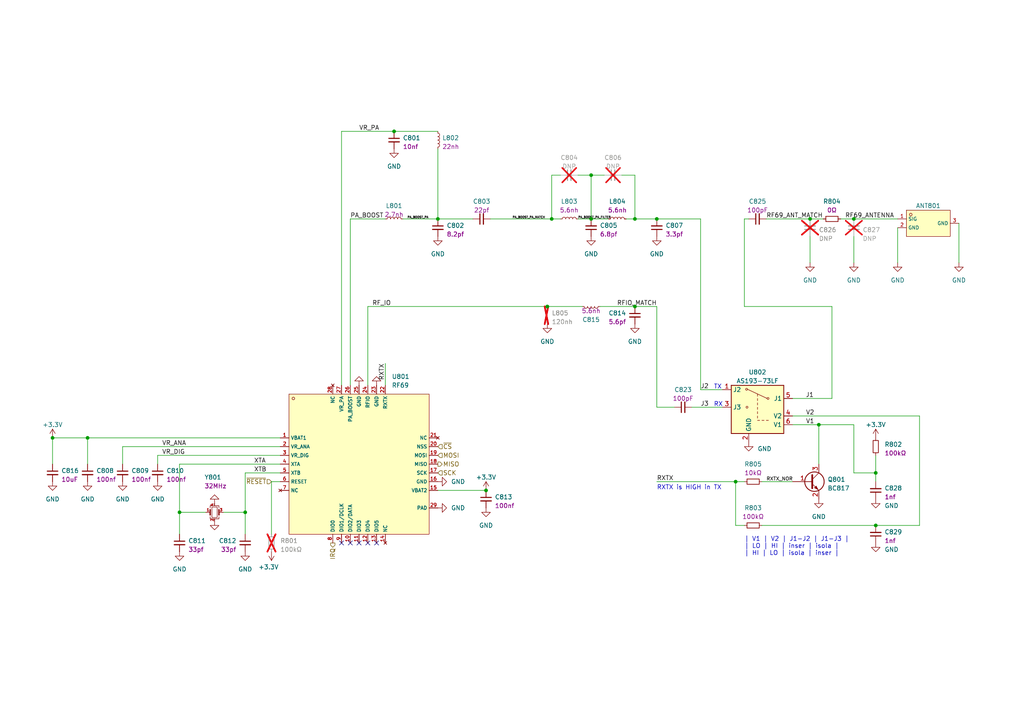
<source format=kicad_sch>
(kicad_sch (version 20230121) (generator eeschema)
  (paper "A4")
  (lib_symbols
    (symbol "LCSC_Antenna:BWIPX-1-001E"
      (property "Reference" "ANT" (at 0 5.08 0))
      (symbol "BWIPX-1-001E_0_1"
        (rectangle (start -6.35 3.81) (end 6.35 -3.81) (fill (type background)))
        (circle (center -5.08 2.54) (radius 0.381) (fill (type background)))
        (pin input line (at -8.89 1.27 0) (length 2.54) (name "SIG") (number "1"))
        (pin power_in line (at -8.89 -1.27 0) (length 2.54) (name "GND") (number "2"))
        (pin power_in line (at 8.89 0 180) (length 2.54) (name "GND") (number "3"))
      )
    )
    (symbol "LCSC_Capacitor:C_0402_100nf_X7R" (pin_numbers hide) (pin_names (offset 0.254) hide) (in_bom no)
      (property "Reference" "C" (at 0.254 1.778 0))
      (property "Capacitance" "100nf" (at 0 0 0))
      (symbol "C_0402_100nf_X7R_0_1"
        (polyline (pts (xy -1.524 -0.508) (xy 1.524 -0.508)) (stroke (width 0.3302)))
        (polyline (pts (xy -1.524 0.508) (xy 1.524 0.508)) (stroke (width 0.3048)))
      )
      (symbol "C_0402_100nf_X7R_1_1"
        (pin passive line (at 0 2.54 270) (length 2.032) (name "~") (number "1"))
        (pin passive line (at 0 -2.54 90) (length 2.032) (name "~") (number "2"))
      )
    )
    (symbol "LCSC_Capacitor:C_0402_100p_C0G" (pin_numbers hide) (pin_names (offset 0.254) hide) (in_bom no)
      (property "Reference" "C" (at 0.254 1.778 0))
      (property "Capacitance" "100pF" (at 0 0 0))
      (symbol "C_0402_100p_C0G_0_1"
        (polyline (pts (xy -1.524 -0.508) (xy 1.524 -0.508)) (stroke (width 0.3302)))
        (polyline (pts (xy -1.524 0.508) (xy 1.524 0.508)) (stroke (width 0.3048)))
      )
      (symbol "C_0402_100p_C0G_1_1"
        (pin passive line (at 0 2.54 270) (length 2.032) (name "~") (number "1"))
        (pin passive line (at 0 -2.54 90) (length 2.032) (name "~") (number "2"))
      )
    )
    (symbol "LCSC_Capacitor:C_0402_10n_C0G" (pin_numbers hide) (pin_names (offset 0.254) hide) (in_bom no)
      (property "Reference" "C" (at 0.254 1.778 0))
      (property "Capacitance" "10nf" (at 0 0 0))
      (symbol "C_0402_10n_C0G_0_1"
        (polyline (pts (xy -1.524 -0.508) (xy 1.524 -0.508)) (stroke (width 0.3302)))
        (polyline (pts (xy -1.524 0.508) (xy 1.524 0.508)) (stroke (width 0.3048)))
      )
      (symbol "C_0402_10n_C0G_1_1"
        (pin passive line (at 0 2.54 270) (length 2.032) (name "~") (number "1"))
        (pin passive line (at 0 -2.54 90) (length 2.032) (name "~") (number "2"))
      )
    )
    (symbol "LCSC_Capacitor:C_0402_1nf_X7R" (pin_numbers hide) (pin_names (offset 0.254) hide) (in_bom no)
      (property "Reference" "C" (at 0.254 1.778 0))
      (property "Capacitance" "1nf" (at 0 0 0))
      (symbol "C_0402_1nf_X7R_0_1"
        (polyline (pts (xy -1.524 -0.508) (xy 1.524 -0.508)) (stroke (width 0.3302)))
        (polyline (pts (xy -1.524 0.508) (xy 1.524 0.508)) (stroke (width 0.3048)))
      )
      (symbol "C_0402_1nf_X7R_1_1"
        (pin passive line (at 0 2.54 270) (length 2.032) (name "~") (number "1"))
        (pin passive line (at 0 -2.54 90) (length 2.032) (name "~") (number "2"))
      )
    )
    (symbol "LCSC_Capacitor:C_0402_22p_C0G" (pin_numbers hide) (pin_names (offset 0.254) hide) (in_bom no)
      (property "Reference" "C" (at 0.254 1.778 0))
      (property "Capacitance" "22pf" (at 0 0 0))
      (symbol "C_0402_22p_C0G_0_1"
        (polyline (pts (xy -1.524 -0.508) (xy 1.524 -0.508)) (stroke (width 0.3302)))
        (polyline (pts (xy -1.524 0.508) (xy 1.524 0.508)) (stroke (width 0.3048)))
      )
      (symbol "C_0402_22p_C0G_1_1"
        (pin passive line (at 0 2.54 270) (length 2.032) (name "~") (number "1"))
        (pin passive line (at 0 -2.54 90) (length 2.032) (name "~") (number "2"))
      )
    )
    (symbol "LCSC_Capacitor:C_0402_33p_C0G" (pin_numbers hide) (pin_names (offset 0.254) hide) (in_bom no)
      (property "Reference" "C" (at 0.254 1.778 0))
      (property "Capacitance" "33pf" (at 0 0 0))
      (symbol "C_0402_33p_C0G_0_1"
        (polyline (pts (xy -1.524 -0.508) (xy 1.524 -0.508)) (stroke (width 0.3302)))
        (polyline (pts (xy -1.524 0.508) (xy 1.524 0.508)) (stroke (width 0.3048)))
      )
      (symbol "C_0402_33p_C0G_1_1"
        (pin passive line (at 0 2.54 270) (length 2.032) (name "~") (number "1"))
        (pin passive line (at 0 -2.54 90) (length 2.032) (name "~") (number "2"))
      )
    )
    (symbol "LCSC_Capacitor:C_0402_3p3_C0G" (pin_numbers hide) (pin_names (offset 0.254) hide) (in_bom no)
      (property "Reference" "C" (at 0.254 1.778 0))
      (property "Capacitance" "3.3pf" (at 0 0 0))
      (symbol "C_0402_3p3_C0G_0_1"
        (polyline (pts (xy -1.524 -0.508) (xy 1.524 -0.508)) (stroke (width 0.3302)))
        (polyline (pts (xy -1.524 0.508) (xy 1.524 0.508)) (stroke (width 0.3048)))
      )
      (symbol "C_0402_3p3_C0G_1_1"
        (pin passive line (at 0 2.54 270) (length 2.032) (name "~") (number "1"))
        (pin passive line (at 0 -2.54 90) (length 2.032) (name "~") (number "2"))
      )
    )
    (symbol "LCSC_Capacitor:C_0402_5p6_C0G" (pin_numbers hide) (pin_names (offset 0.254) hide) (in_bom no)
      (property "Reference" "C" (at 0.254 1.778 0))
      (property "Capacitance" "5.6pf" (at 0 0 0))
      (symbol "C_0402_5p6_C0G_0_1"
        (polyline (pts (xy -1.524 -0.508) (xy 1.524 -0.508)) (stroke (width 0.3302)))
        (polyline (pts (xy -1.524 0.508) (xy 1.524 0.508)) (stroke (width 0.3048)))
      )
      (symbol "C_0402_5p6_C0G_1_1"
        (pin passive line (at 0 2.54 270) (length 2.032) (name "~") (number "1"))
        (pin passive line (at 0 -2.54 90) (length 2.032) (name "~") (number "2"))
      )
    )
    (symbol "LCSC_Capacitor:C_0402_6p8_C0G" (pin_numbers hide) (pin_names (offset 0.254) hide) (in_bom no)
      (property "Reference" "C" (at 0.254 1.778 0))
      (property "Capacitance" "6.8pf" (at 0 0 0))
      (symbol "C_0402_6p8_C0G_0_1"
        (polyline (pts (xy -1.524 -0.508) (xy 1.524 -0.508)) (stroke (width 0.3302)))
        (polyline (pts (xy -1.524 0.508) (xy 1.524 0.508)) (stroke (width 0.3048)))
      )
      (symbol "C_0402_6p8_C0G_1_1"
        (pin passive line (at 0 2.54 270) (length 2.032) (name "~") (number "1"))
        (pin passive line (at 0 -2.54 90) (length 2.032) (name "~") (number "2"))
      )
    )
    (symbol "LCSC_Capacitor:C_0402_8p2_C0G" (pin_numbers hide) (pin_names (offset 0.254) hide) (in_bom no)
      (property "Reference" "C" (at 0.254 1.778 0))
      (property "Capacitance" "8.2pf" (at 0 0 0))
      (symbol "C_0402_8p2_C0G_0_1"
        (polyline (pts (xy -1.524 -0.508) (xy 1.524 -0.508)) (stroke (width 0.3302)))
        (polyline (pts (xy -1.524 0.508) (xy 1.524 0.508)) (stroke (width 0.3048)))
      )
      (symbol "C_0402_8p2_C0G_1_1"
        (pin passive line (at 0 2.54 270) (length 2.032) (name "~") (number "1"))
        (pin passive line (at 0 -2.54 90) (length 2.032) (name "~") (number "2"))
      )
    )
    (symbol "LCSC_Capacitor:C_0402_DNP" (pin_numbers hide) (pin_names (offset 0.254) hide) (in_bom no)
      (property "Reference" "C" (at 0.254 1.778 0))
      (property "Capacitance" "DNP" (at 0 0 0))
      (symbol "C_0402_DNP_0_1"
        (polyline (pts (xy -1.524 -0.508) (xy 1.524 -0.508)) (stroke (width 0.3302)))
        (polyline (pts (xy -1.524 0.508) (xy 1.524 0.508)) (stroke (width 0.3048)))
      )
      (symbol "C_0402_DNP_1_1"
        (pin passive line (at 0 2.54 270) (length 2.032) (name "~") (number "1"))
        (pin passive line (at 0 -2.54 90) (length 2.032) (name "~") (number "2"))
      )
    )
    (symbol "LCSC_Capacitor:C_0805_10u_X5R" (pin_numbers hide) (pin_names (offset 0.254) hide) (in_bom no)
      (property "Reference" "C" (at 0.254 1.778 0))
      (property "Capacitance" "10uF" (at 0 0 0))
      (symbol "C_0805_10u_X5R_0_1"
        (polyline (pts (xy -1.524 -0.508) (xy 1.524 -0.508)) (stroke (width 0.3302)))
        (polyline (pts (xy -1.524 0.508) (xy 1.524 0.508)) (stroke (width 0.3048)))
      )
      (symbol "C_0805_10u_X5R_1_1"
        (pin passive line (at 0 2.54 270) (length 2.032) (name "~") (number "1"))
        (pin passive line (at 0 -2.54 90) (length 2.032) (name "~") (number "2"))
      )
    )
    (symbol "LCSC_Crystal:32_Mhz" (pin_names (offset 1.016) hide) (in_bom no)
      (property "Reference" "Y" (at 1.27 4.445 0))
      (property "Value" "32_Mhz" (at 1.27 2.54 0))
      (property "Frequency" "32MHz" (at 0 0 0))
      (symbol "32_Mhz_0_1"
        (rectangle (start -0.762 -1.524) (end 0.762 1.524))
        (polyline (pts (xy -1.27 -0.762) (xy -1.27 0.762)) (stroke (width 0.381)))
        (polyline (pts (xy 1.27 -0.762) (xy 1.27 0.762)) (stroke (width 0.381)))
        (polyline (pts (xy -1.27 -1.27) (xy -1.27 -1.905) (xy 1.27 -1.905) (xy 1.27 -1.27)))
        (polyline (pts (xy -1.27 1.27) (xy -1.27 1.905) (xy 1.27 1.905) (xy 1.27 1.27)))
      )
      (symbol "32_Mhz_1_1"
        (pin passive line (at -2.54 0 0) (length 1.27) (name "1") (number "1"))
        (pin passive line (at 0 -2.54 90) (length 0.635) (name "2") (number "2"))
        (pin passive line (at 2.54 0 180) (length 1.27) (name "3") (number "3"))
        (pin passive line (at 0 2.54 270) (length 0.635) (name "4") (number "4"))
      )
    )
    (symbol "LCSC_Inductor:L_0402_120n" (pin_numbers hide) (pin_names (offset 0.254) hide) (in_bom no)
      (property "Reference" "L" (at 0.762 1.016 0))
      (property "LCSC" "C113123" (at 0 0 0))
      (property "MPN" "LQW15ANR12J00D" (at 0 0 0))
      (property "Inductance" "120nh" (at 0 0 0))
      (symbol "L_0402_120n_0_1"
        (arc (start 0 -2.032) (mid 0.5058 -1.524) (end 0 -1.016))
        (arc (start 0 -1.016) (mid 0.5058 -0.508) (end 0 0))
        (arc (start 0 0) (mid 0.5058 0.508) (end 0 1.016))
        (arc (start 0 1.016) (mid 0.5058 1.524) (end 0 2.032))
      )
      (symbol "L_0402_120n_1_1"
        (pin passive line (at 0 2.54 270) (length 0.508) (name "~") (number "1"))
        (pin passive line (at 0 -2.54 90) (length 0.508) (name "~") (number "2"))
      )
    )
    (symbol "LCSC_Inductor:L_0402_22n" (pin_numbers hide) (pin_names (offset 0.254) hide) (in_bom no)
      (property "Reference" "L" (at 0.762 1.016 0))
      (property "LCSC" "C86129" (at 0 0 0))
      (property "MPN" "LQW15AN22NG00D" (at 0 0 0))
      (property "Inductance" "22nh" (at 0 0 0))
      (symbol "L_0402_22n_0_1"
        (arc (start 0 -2.032) (mid 0.5058 -1.524) (end 0 -1.016))
        (arc (start 0 -1.016) (mid 0.5058 -0.508) (end 0 0))
        (arc (start 0 0) (mid 0.5058 0.508) (end 0 1.016))
        (arc (start 0 1.016) (mid 0.5058 1.524) (end 0 2.032))
      )
      (symbol "L_0402_22n_1_1"
        (pin passive line (at 0 2.54 270) (length 0.508) (name "~") (number "1"))
        (pin passive line (at 0 -2.54 90) (length 0.508) (name "~") (number "2"))
      )
    )
    (symbol "LCSC_Inductor:L_0402_2n7" (pin_numbers hide) (pin_names (offset 0.254) hide) (in_bom no)
      (property "Reference" "L" (at 0.762 1.016 0))
      (property "LCSC" "C98058" (at 0 0 0))
      (property "MPN" "LQW15AN2N7C00D" (at 0 0 0))
      (property "Inductance" "2.7nh" (at 0 0 0))
      (symbol "L_0402_2n7_0_1"
        (arc (start 0 -2.032) (mid 0.5058 -1.524) (end 0 -1.016))
        (arc (start 0 -1.016) (mid 0.5058 -0.508) (end 0 0))
        (arc (start 0 0) (mid 0.5058 0.508) (end 0 1.016))
        (arc (start 0 1.016) (mid 0.5058 1.524) (end 0 2.032))
      )
      (symbol "L_0402_2n7_1_1"
        (pin passive line (at 0 2.54 270) (length 0.508) (name "~") (number "1"))
        (pin passive line (at 0 -2.54 90) (length 0.508) (name "~") (number "2"))
      )
    )
    (symbol "LCSC_Inductor:L_0402_5n6" (pin_numbers hide) (pin_names (offset 0.254) hide) (in_bom no)
      (property "Reference" "L" (at 0.762 1.016 0))
      (property "LCSC" "C91626" (at 0 0 0))
      (property "MPN" "LQW15AN5N6C10D" (at 0 0 0))
      (property "Inductance" "5.6nh" (at 0 0 0))
      (symbol "L_0402_5n6_0_1"
        (arc (start 0 -2.032) (mid 0.5058 -1.524) (end 0 -1.016))
        (arc (start 0 -1.016) (mid 0.5058 -0.508) (end 0 0))
        (arc (start 0 0) (mid 0.5058 0.508) (end 0 1.016))
        (arc (start 0 1.016) (mid 0.5058 1.524) (end 0 2.032))
      )
      (symbol "L_0402_5n6_1_1"
        (pin passive line (at 0 2.54 270) (length 0.508) (name "~") (number "1"))
        (pin passive line (at 0 -2.54 90) (length 0.508) (name "~") (number "2"))
      )
    )
    (symbol "LCSC_RF_Transciever_ICs:AS193-73LF"
      (property "Reference" "U" (at -7.62 7.62 0))
      (property "Value" "AS193-73LF" (at 2.54 7.62 0))
      (property "LCSC" "C6199" (at 0 0 0))
      (property "MPN" "AS193-73LF" (at 0 0 0))
      (symbol "AS193-73LF_1_1"
        (circle (center -3.048 2.54) (radius 0.2794))
        (polyline (pts (xy -3.175 -3.81) (xy -2.54 -3.81)))
        (polyline (pts (xy -2.794 2.54) (xy 2.921 5.207)))
        (polyline (pts (xy -1.905 -3.81) (xy -1.27 -3.81)))
        (polyline (pts (xy -0.635 -3.81) (xy 0 -3.81)))
        (polyline (pts (xy 0 -3.175) (xy 0 -2.54)))
        (polyline (pts (xy 0 -1.905) (xy 0 -1.27)))
        (polyline (pts (xy 0 -0.635) (xy 0 0)))
        (polyline (pts (xy 0 0.635) (xy 0 1.27)))
        (polyline (pts (xy 0 1.905) (xy 0 2.54)))
        (polyline (pts (xy 0 3.175) (xy 0 3.81)))
        (circle (center 3.048 0) (radius 0.2794))
        (circle (center 3.175 5.207) (radius 0.2794))
        (rectangle (start 7.62 -7.62) (end -7.62 6.35) (stroke (width 0.254)) (fill (type background)))
        (pin passive line (at 10.16 5.08 180) (length 2.54) (name "J2") (number "1"))
        (pin power_in line (at 2.54 -10.16 90) (length 2.54) (name "GND") (number "2"))
        (pin passive line (at 10.16 0 180) (length 2.54) (name "J3") (number "3"))
        (pin input line (at -10.16 -2.54 0) (length 2.54) (name "V2") (number "4"))
        (pin passive line (at -10.16 2.54 0) (length 2.54) (name "J1") (number "5"))
        (pin input line (at -10.16 -5.08 0) (length 2.54) (name "V1") (number "6"))
      )
    )
    (symbol "LCSC_RF_Transciever_ICs:RF69"
      (property "Reference" "U" (at 17.78 25.4 0))
      (property "Value" "RF69" (at 17.78 22.86 0))
      (symbol "RF69_0_1"
        (rectangle (start -20.32 20.32) (end 20.32 -20.32) (fill (type background)))
        (circle (center -19.05 19.05) (radius 0.381) (fill (type background)))
        (pin power_in line (at -22.86 7.62 0) (length 2.54) (name "VBAT1") (number "1"))
        (pin bidirectional line (at -2.54 -22.86 90) (length 2.54) (name "DIO2/DATA") (number "10"))
        (pin bidirectional line (at 0 -22.86 90) (length 2.54) (name "DIO3") (number "11"))
        (pin bidirectional line (at 2.54 -22.86 90) (length 2.54) (name "DIO4") (number "12"))
        (pin bidirectional line (at 5.08 -22.86 90) (length 2.54) (name "DIO5") (number "13"))
        (pin no_connect line (at 7.62 -22.86 90) (length 2.54) (name "NC") (number "14"))
        (pin power_in line (at 22.86 -7.62 180) (length 2.54) (name "VBAT2") (number "15"))
        (pin power_in line (at 22.86 -5.08 180) (length 2.54) (name "GND") (number "16"))
        (pin input line (at 22.86 -2.54 180) (length 2.54) (name "SCK") (number "17"))
        (pin output line (at 22.86 0 180) (length 2.54) (name "MISO") (number "18"))
        (pin input line (at 22.86 2.54 180) (length 2.54) (name "MOSI") (number "19"))
        (pin power_out line (at -22.86 5.08 0) (length 2.54) (name "VR_ANA") (number "2"))
        (pin input line (at 22.86 5.08 180) (length 2.54) (name "NSS") (number "20"))
        (pin no_connect line (at 22.86 7.62 180) (length 2.54) (name "NC") (number "21"))
        (pin output line (at 7.62 22.86 270) (length 2.54) (name "RXTX") (number "22"))
        (pin power_in line (at 5.08 22.86 270) (length 2.54) (name "GND") (number "23"))
        (pin bidirectional line (at 2.54 22.86 270) (length 2.54) (name "RFIO") (number "24"))
        (pin power_in line (at 0 22.86 270) (length 2.54) (name "GND") (number "25"))
        (pin output line (at -2.54 22.86 270) (length 2.54) (name "PA_BOOST") (number "26"))
        (pin power_out line (at -5.08 22.86 270) (length 2.54) (name "VR_PA") (number "27"))
        (pin no_connect line (at -7.62 22.86 270) (length 2.54) (name "NC") (number "28"))
        (pin power_in line (at 22.86 -12.7 180) (length 2.54) (name "PAD") (number "29"))
        (pin power_out line (at -22.86 2.54 0) (length 2.54) (name "VR_DIG") (number "3"))
        (pin bidirectional line (at -22.86 0 0) (length 2.54) (name "XTA") (number "4"))
        (pin bidirectional line (at -22.86 -2.54 0) (length 2.54) (name "XTB") (number "5"))
        (pin bidirectional line (at -22.86 -5.08 0) (length 2.54) (name "RESET") (number "6"))
        (pin no_connect line (at -22.86 -7.62 0) (length 2.54) (name "NC") (number "7"))
        (pin bidirectional line (at -7.62 -22.86 90) (length 2.54) (name "DIO0") (number "8"))
        (pin bidirectional line (at -5.08 -22.86 90) (length 2.54) (name "DIO1/DCLK") (number "9"))
      )
    )
    (symbol "LCSC_Resistor:R_0402_0" (pin_numbers hide) (pin_names (offset 0.254) hide) (in_bom no)
      (property "Reference" "R" (at 0.762 0.508 0))
      (property "Resistance" "0Ω" (at 0 0 0))
      (symbol "R_0402_0_0_1"
        (rectangle (start -0.762 1.778) (end 0.762 -1.778) (stroke (width 0.2032)))
      )
      (symbol "R_0402_0_1_1"
        (pin passive line (at 0 2.54 270) (length 0.762) (name "~") (number "1"))
        (pin passive line (at 0 -2.54 90) (length 0.762) (name "~") (number "2"))
      )
    )
    (symbol "LCSC_Resistor:R_0402_100k" (pin_numbers hide) (pin_names (offset 0.254) hide) (in_bom no)
      (property "Reference" "R" (at 0.762 0.508 0))
      (property "Resistance" "100kΩ" (at 0 0 0))
      (symbol "R_0402_100k_0_1"
        (rectangle (start -0.762 1.778) (end 0.762 -1.778) (stroke (width 0.2032)))
      )
      (symbol "R_0402_100k_1_1"
        (pin passive line (at 0 2.54 270) (length 0.762) (name "~") (number "1"))
        (pin passive line (at 0 -2.54 90) (length 0.762) (name "~") (number "2"))
      )
    )
    (symbol "LCSC_Resistor:R_0402_10k" (pin_numbers hide) (pin_names (offset 0.254) hide) (in_bom no)
      (property "Reference" "R" (at 0.762 0.508 0))
      (property "Resistance" "10kΩ" (at 0 0 0))
      (symbol "R_0402_10k_0_1"
        (rectangle (start -0.762 1.778) (end 0.762 -1.778) (stroke (width 0.2032)))
      )
      (symbol "R_0402_10k_1_1"
        (pin passive line (at 0 2.54 270) (length 0.762) (name "~") (number "1"))
        (pin passive line (at 0 -2.54 90) (length 0.762) (name "~") (number "2"))
      )
    )
    (symbol "LCSC_Transistor1:BC817" (pin_names (offset 0) hide)
      (property "Reference" "Q" (at 5.08 1.905 0))
      (property "Value" "BC817" (at 5.08 0 0))
      (property "LCSC" "C39828" (at 0 0 0))
      (symbol "BC817_0_1"
        (polyline (pts (xy 0.635 0.635) (xy 2.54 2.54)))
        (polyline (pts (xy 0.635 -0.635) (xy 2.54 -2.54) (xy 2.54 -2.54)))
        (polyline (pts (xy 0.635 1.905) (xy 0.635 -1.905) (xy 0.635 -1.905)) (stroke (width 0.508)))
        (polyline (pts (xy 1.27 -1.778) (xy 1.778 -1.27) (xy 2.286 -2.286) (xy 1.27 -1.778) (xy 1.27 -1.778)) (fill (type outline)))
        (circle (center 1.27 0) (radius 2.8194) (stroke (width 0.254)))
      )
      (symbol "BC817_1_1"
        (pin input line (at -5.08 0 0) (length 5.715) (name "B") (number "1"))
        (pin passive line (at 2.54 -5.08 90) (length 2.54) (name "E") (number "2"))
        (pin passive line (at 2.54 5.08 270) (length 2.54) (name "C") (number "3"))
      )
    )
    (symbol "power:+3.3V" (power) (pin_names (offset 0))
      (property "Value" "+3.3V" (at 0 3.556 0))
      (symbol "+3.3V_0_1"
        (polyline (pts (xy -0.762 1.27) (xy 0 2.54)))
        (polyline (pts (xy 0 0) (xy 0 2.54)))
        (polyline (pts (xy 0 2.54) (xy 0.762 1.27)))
      )
      (symbol "+3.3V_1_1"
        (pin power_in line (at 0 0 90) (length 0) hide (name "+3.3V") (number "1"))
      )
    )
    (symbol "power:GND" (power) (pin_names (offset 0))
      (property "Value" "GND" (at 0 -3.81 0))
      (symbol "GND_0_1"
        (polyline (pts (xy 0 0) (xy 0 -1.27) (xy 1.27 -1.27) (xy 0 -2.54) (xy -1.27 -1.27) (xy 0 -1.27)))
      )
      (symbol "GND_1_1"
        (pin power_in line (at 0 0 270) (length 0) hide (name "GND") (number "1"))
      )
    )
  )
  (junction (at 184.15 63.5))
  (junction (at 160.02 63.5))
  (junction (at 171.45 63.5))
  (junction (at 184.15 88.9))
  (junction (at 127 63.5))
  (junction (at 247.65 63.5))
  (junction (at 114.3 38.1))
  (junction (at 213.36 139.7))
  (junction (at 158.75 88.9))
  (junction (at 254 152.4))
  (junction (at 15.24 127))
  (junction (at 254 137.16))
  (junction (at 190.5 63.5))
  (junction (at 52.07 148.59))
  (junction (at 171.45 50.8))
  (junction (at 25.4 127))
  (junction (at 237.49 123.19))
  (junction (at 71.12 148.59))
  (junction (at 140.97 142.24))
  (junction (at 234.95 63.5))
  (no_connect (at 101.6 157.48))
  (no_connect (at 104.14 157.48))
  (no_connect (at 99.06 157.48))
  (no_connect (at 109.22 157.48))
  (no_connect (at 106.68 157.48))
  (wire (pts (xy 184.15 63.5) (xy 181.61 63.5)))
  (wire (pts (xy 220.98 139.7) (xy 229.87 139.7)))
  (wire (pts (xy 78.74 139.7) (xy 78.74 154.94)))
  (wire (pts (xy 160.02 50.8) (xy 160.02 63.5)))
  (wire (pts (xy 173.99 88.9) (xy 184.15 88.9)))
  (wire (pts (xy 200.66 118.11) (xy 209.55 118.11)))
  (wire (pts (xy 71.12 148.59) (xy 71.12 137.16)))
  (wire (pts (xy 71.12 148.59) (xy 71.12 154.94)))
  (wire (pts (xy 52.07 148.59) (xy 59.69 148.59)))
  (wire (pts (xy 167.64 50.8) (xy 171.45 50.8)))
  (wire (pts (xy 81.28 134.62) (xy 52.07 134.62)))
  (wire (pts (xy 247.65 137.16) (xy 247.65 123.19)))
  (wire (pts (xy 190.5 139.7) (xy 213.36 139.7)))
  (wire (pts (xy 247.65 63.5) (xy 260.35 63.5)))
  (wire (pts (xy 222.25 63.5) (xy 234.95 63.5)))
  (wire (pts (xy 234.95 63.5) (xy 238.76 63.5)))
  (wire (pts (xy 106.68 111.76) (xy 106.68 88.9)))
  (wire (pts (xy 184.15 63.5) (xy 190.5 63.5)))
  (wire (pts (xy 203.2 113.03) (xy 203.2 63.5)))
  (wire (pts (xy 190.5 63.5) (xy 203.2 63.5)))
  (wire (pts (xy 260.35 66.04) (xy 260.35 76.2)))
  (wire (pts (xy 15.24 127) (xy 25.4 127)))
  (wire (pts (xy 35.56 129.54) (xy 35.56 134.62)))
  (wire (pts (xy 190.5 118.11) (xy 195.58 118.11)))
  (wire (pts (xy 52.07 148.59) (xy 52.07 154.94)))
  (wire (pts (xy 234.95 68.58) (xy 234.95 76.2)))
  (wire (pts (xy 213.36 152.4) (xy 215.9 152.4)))
  (wire (pts (xy 171.45 50.8) (xy 171.45 63.5)))
  (wire (pts (xy 99.06 38.1) (xy 99.06 111.76)))
  (wire (pts (xy 52.07 134.62) (xy 52.07 148.59)))
  (wire (pts (xy 127 142.24) (xy 140.97 142.24)))
  (wire (pts (xy 158.75 88.9) (xy 168.91 88.9)))
  (wire (pts (xy 81.28 127) (xy 25.4 127)))
  (wire (pts (xy 71.12 137.16) (xy 81.28 137.16)))
  (wire (pts (xy 241.3 115.57) (xy 241.3 88.9)))
  (wire (pts (xy 116.84 63.5) (xy 127 63.5)))
  (wire (pts (xy 15.24 127) (xy 15.24 134.62)))
  (wire (pts (xy 81.28 129.54) (xy 35.56 129.54)))
  (wire (pts (xy 237.49 123.19) (xy 237.49 134.62)))
  (wire (pts (xy 111.76 105.41) (xy 111.76 111.76)))
  (wire (pts (xy 190.5 118.11) (xy 190.5 88.9)))
  (wire (pts (xy 127 43.18) (xy 127 63.5)))
  (wire (pts (xy 64.77 148.59) (xy 71.12 148.59)))
  (wire (pts (xy 247.65 68.58) (xy 247.65 76.2)))
  (wire (pts (xy 167.64 63.5) (xy 171.45 63.5)))
  (wire (pts (xy 241.3 88.9) (xy 215.9 88.9)))
  (wire (pts (xy 127 63.5) (xy 137.16 63.5)))
  (wire (pts (xy 171.45 63.5) (xy 176.53 63.5)))
  (wire (pts (xy 215.9 63.5) (xy 217.17 63.5)))
  (wire (pts (xy 45.72 134.62) (xy 45.72 132.08)))
  (wire (pts (xy 45.72 132.08) (xy 81.28 132.08)))
  (wire (pts (xy 101.6 63.5) (xy 101.6 111.76)))
  (wire (pts (xy 229.87 115.57) (xy 241.3 115.57)))
  (wire (pts (xy 213.36 139.7) (xy 215.9 139.7)))
  (wire (pts (xy 203.2 113.03) (xy 209.55 113.03)))
  (wire (pts (xy 106.68 88.9) (xy 158.75 88.9)))
  (wire (pts (xy 101.6 63.5) (xy 111.76 63.5)))
  (wire (pts (xy 184.15 50.8) (xy 180.34 50.8)))
  (wire (pts (xy 254 137.16) (xy 254 139.7)))
  (wire (pts (xy 142.24 63.5) (xy 160.02 63.5)))
  (wire (pts (xy 229.87 123.19) (xy 237.49 123.19)))
  (wire (pts (xy 215.9 88.9) (xy 215.9 63.5)))
  (wire (pts (xy 266.7 120.65) (xy 266.7 152.4)))
  (wire (pts (xy 220.98 152.4) (xy 254 152.4)))
  (wire (pts (xy 247.65 123.19) (xy 237.49 123.19)))
  (wire (pts (xy 243.84 63.5) (xy 247.65 63.5)))
  (wire (pts (xy 160.02 50.8) (xy 162.56 50.8)))
  (wire (pts (xy 78.74 139.7) (xy 81.28 139.7)))
  (wire (pts (xy 99.06 38.1) (xy 114.3 38.1)))
  (wire (pts (xy 25.4 127) (xy 25.4 134.62)))
  (wire (pts (xy 184.15 50.8) (xy 184.15 63.5)))
  (wire (pts (xy 160.02 63.5) (xy 162.56 63.5)))
  (wire (pts (xy 229.87 120.65) (xy 266.7 120.65)))
  (wire (pts (xy 184.15 88.9) (xy 190.5 88.9)))
  (wire (pts (xy 254 132.08) (xy 254 137.16)))
  (wire (pts (xy 114.3 38.1) (xy 127 38.1)))
  (wire (pts (xy 254 137.16) (xy 247.65 137.16)))
  (wire (pts (xy 213.36 139.7) (xy 213.36 152.4)))
  (wire (pts (xy 171.45 50.8) (xy 175.26 50.8)))
  (wire (pts (xy 278.13 64.77) (xy 278.13 76.2)))
  (wire (pts (xy 254 152.4) (xy 266.7 152.4)))
  (text "RXTX is HIGH in TX" (at 190.5 142.24 0) (effects (font (size 1.27 1.27)) (justify left bottom)))
  (text "TX" (at 207.01 113.03 0) (effects (font (size 1.27 1.27)) (justify left bottom)))
  (text "| V1 | V2 | J1-J2 | J1-J3 |\n| LO | HI | inser | isola |\n| HI | LO | isola | inser |" (at 215.9 161.29 0) (effects (font (size 1.27 1.27)) (justify left bottom)))
  (text "RX" (at 207.01 118.11 0) (effects (font (size 1.27 1.27)) (justify left bottom)))
  (label "RF69_ANTENNA" (at 245.11 63.5 0) (property "Netclass" "RF" (effects hide)))
  (label "RXTX" (at 111.76 105.41 270))
  (label "XTB" (at 73.66 137.16 0))
  (label "J1" (at 233.68 115.57 0) (property "Netclass" "RF" (effects hide)))
  (label "PA_BOOST_PA" (at 118.11 63.5 0) (effects (font (size 0.6 0.6))) (property "Netclass" "RF" (effects hide)))
  (label "J2" (at 203.2 113.03 0))
  (label "RF69_ANT_MATCH" (at 222.25 63.5 0) (property "Netclass" "RF" (effects hide)))
  (label "RXTX" (at 190.5 139.7 0) (property "Netclass" "GPIO" (effects hide)))
  (label "PA_BOOST_PA_FILTER" (at 167.64 63.5 0) (effects (font (size 0.6 0.6))) (property "Netclass" "RF" (effects hide)))
  (label "V2" (at 236.22 120.65 180) (property "Netclass" "GPIO" (effects hide)))
  (label "VR_DIG" (at 46.99 132.08 0) (property "Netclass" "Power" (effects hide)))
  (label "V1" (at 236.22 123.19 180) (property "Netclass" "GPIO" (effects hide)))
  (label "RFIO_MATCH" (at 190.5 88.9 180) (property "Netclass" "RF" (effects hide)))
  (label "PA_BOOST_PA_MATCH" (at 148.59 63.5 0) (effects (font (size 0.6 0.6))) (property "Netclass" "RF" (effects hide)))
  (label "VR_ANA" (at 46.99 129.54 0) (property "Netclass" "Power_HF" (effects hide)))
  (label "RF_IO" (at 107.95 88.9 0) (property "Netclass" "RF" (effects hide)))
  (label "VR_PA" (at 104.14 38.1 0) (property "Netclass" "RF" (effects hide)))
  (label "XTA" (at 73.66 134.62 0))
  (label "J3" (at 203.2 118.11 0) (property "Netclass" "RF" (effects hide)))
  (label "RXTX_NOR" (at 222.25 139.7 0) (effects (font (size 1 1))) (property "Netclass" "GPIO" (effects hide)))
  (label "PA_BOOST" (at 101.6 63.5 0) (property "Netclass" "RF" (effects hide)))
  (hierarchical_label "~{CS}" (shape input) (at 127 129.54 0))
  (hierarchical_label "IRQ" (shape output) (at 96.52 157.48 270))
  (hierarchical_label "MISO" (shape output) (at 127 134.62 0))
  (hierarchical_label "MOSI" (shape input) (at 127 132.08 0))
  (hierarchical_label "SCK" (shape input) (at 127 137.16 0))
  (hierarchical_label "~{RESET}" (shape input) (at 78.74 139.7 180))
  (symbol (lib_id "power:GND") (at 114.3 43.18 0) (unit 1)
    (property "Reference" "#PWR0818" (effects hide))
    (property "Value" "GND" (at 114.3 48.26 0))
  )
  (symbol (lib_id "LCSC_Capacitor:C_0402_100nf_X7R") (at 35.56 137.16 0) (unit 1)
    (property "Reference" "C809" (at 38.1 136.5313 0) (effects (justify left)))
    (property "Value" "C_0402_100nf_X7R" (effects hide))
    (property "Footprint" "Capacitor_SMD:C_0402_1005Metric" (effects hide))
    (property "Datasheet" "https://datasheet.lcsc.com/lcsc/1811141731_FH--Guangdong-Fenghua-Advanced-Tech-0402B104K500NT_C110251.pdf" (effects hide))
    (property "MPN" "0402B104K500NT" (effects hide))
    (property "LCSC" "C110251" (effects hide))
    (property "Capacitance" "100nf" (at 38.1 139.0713 0) (effects (justify left)))
    (property "Voltage" "50V" (effects hide))
    (property "Temperature" "X7R" (effects hide))
  )
  (symbol (lib_id "power:GND") (at 15.24 139.7 0) (unit 1)
    (property "Reference" "#PWR0823" (effects hide))
    (property "Value" "GND" (at 15.24 144.78 0))
  )
  (symbol (lib_id "LCSC_RF_Transciever_ICs:AS193-73LF") (at 219.71 118.11 0) (mirror y) (unit 1)
    (property "Reference" "U802" (at 219.71 107.95 0))
    (property "Value" "AS193-73LF" (at 219.71 110.49 0))
    (property "Footprint" "Package_TO_SOT_SMD:SOT-363_SC-70-6" (effects hide))
    (property "Datasheet" "https://datasheet.lcsc.com/lcsc/1805301207_Skyworks-Solutions-AS193-73LF_C6199.pdf" (effects hide))
    (property "LCSC" "C6199" (effects hide))
    (property "MPN" "AS193-73LF" (effects hide))
  )
  (symbol (lib_id "LCSC_Capacitor:C_0805_10u_X5R") (at 15.24 137.16 0) (unit 1)
    (property "Reference" "C816" (at 17.78 136.5313 0) (effects (justify left)))
    (property "Value" "C_0805_10u_X5R" (effects hide))
    (property "Footprint" "Capacitor_SMD:C_0805_2012Metric" (effects hide))
    (property "Datasheet" "https://datasheet.lcsc.com/lcsc/1810201234_Murata-Electronics-GRM21BR6YA106KE43L_C162422.pdf" (effects hide))
    (property "Capacitance" "10uF" (at 17.78 139.0713 0) (effects (justify left)))
    (property "LCSC" "C162422" (effects hide))
    (property "MPN" "GRM21BR6YA106KE43L" (effects hide))
    (property "Voltage" "35V" (effects hide))
    (property "Tolerance" "10%" (effects hide))
    (property "Temperature" "X5R" (effects hide))
  )
  (symbol (lib_id "LCSC_Capacitor:C_0402_3p3_C0G") (at 190.5 66.04 180) (unit 1)
    (property "Reference" "C807" (at 193.04 65.3986 0) (effects (justify right)))
    (property "Value" "C_0402_3p3_C0G" (effects hide))
    (property "Footprint" "Capacitor_SMD:C_0402_1005Metric" (effects hide))
    (property "Datasheet" "https://datasheet.lcsc.com/lcsc/1811081612_Murata-Electronics-GRM1555C1H3R3CA01D_C76968.pdf" (effects hide))
    (property "Capacitance" "3.3pf" (at 193.04 67.9386 0) (effects (justify right)))
    (property "LCSC" "C76968" (effects hide))
    (property "MPN" "GRM1555C1H3R3CA01D" (effects hide))
    (property "Voltage" "50V" (effects hide))
    (property "Tolerance" "2%" (effects hide))
    (property "Temperature" "C0G" (effects hide))
  )
  (symbol (lib_id "LCSC_Crystal:32_Mhz") (at 62.23 148.59 0) (unit 1)
    (property "Reference" "Y801" (at 59.2837 138.43 0) (effects (justify left)))
    (property "Value" "32_Mhz" (effects hide))
    (property "Footprint" "Crystal:Crystal_SMD_3225-4Pin_3.2x2.5mm" (effects hide))
    (property "Datasheet" "https://datasheet.lcsc.com/lcsc/2208241730_TAE-Zhejiang-Abel-Elec-TAXM32M4RLBCDT2T_C5143379.pdf" (effects hide))
    (property "MPN" "TAXM32M4RLBCDT2T" (effects hide))
    (property "LCSC" "C5143379" (effects hide))
    (property "Frequency" "32MHz" (at 59.2837 140.97 0) (effects (justify left)))
  )
  (symbol (lib_id "LCSC_Inductor:L_0402_22n") (at 127 40.64 0) (unit 1)
    (property "Reference" "L802" (at 128.27 40.005 0) (effects (justify left)))
    (property "Value" "L_0402_22n" (effects hide))
    (property "Footprint" "Inductor_SMD:L_0402_1005Metric" (effects hide))
    (property "Datasheet" "https://datasheet.lcsc.com/lcsc/1811081610_Murata-Electronics-LQW15AN22NG00D_C86129.pdf" (effects hide))
    (property "LCSC" "C86129" (effects hide))
    (property "MPN" "LQW15AN22NG00D" (effects hide))
    (property "Inductance" "22nh" (at 128.27 42.545 0) (effects (justify left)))
  )
  (symbol (lib_id "LCSC_Resistor:R_0402_100k") (at 218.44 152.4 90) (unit 1)
    (property "Reference" "R803" (at 218.44 147.32 90))
    (property "Value" "R_0402_100k" (effects hide))
    (property "Footprint" "Resistor_SMD:R_0402_1005Metric" (effects hide))
    (property "Datasheet" "https://datasheet.lcsc.com/lcsc/2203231830_Viking-Tech-ARG02BTC1003_C2984406.pdf" (effects hide))
    (property "MPN" "ARG02BTC1003" (effects hide))
    (property "LCSC" "C2984406" (effects hide))
    (property "Resistance" "100kΩ" (at 218.44 149.86 90))
  )
  (symbol (lib_id "power:GND") (at 127 68.58 0) (unit 1)
    (property "Reference" "#PWR0822" (effects hide))
    (property "Value" "GND" (at 127 73.66 0))
  )
  (symbol (lib_id "LCSC_Transistor1:BC817") (at 234.95 139.7 0) (unit 1)
    (property "Reference" "Q801" (at 240.03 139.065 0) (effects (justify left)))
    (property "Value" "BC817" (at 240.03 141.605 0) (effects (justify left)))
    (property "Footprint" "Package_TO_SOT_SMD:SOT-23" (effects hide))
    (property "Datasheet" "https://www.onsemi.com/pub/Collateral/BC818-D.pdf" (effects hide))
    (property "LCSC" "C39828" (effects hide))
  )
  (symbol (lib_id "power:GND") (at 71.12 160.02 0) (unit 1)
    (property "Reference" "#PWR0808" (effects hide))
    (property "Value" "GND" (at 71.12 165.1 0))
  )
  (symbol (lib_id "LCSC_Resistor:R_0402_10k") (at 218.44 139.7 90) (unit 1)
    (property "Reference" "R805" (at 218.44 134.62 90))
    (property "Value" "R_0402_10k" (effects hide))
    (property "Footprint" "Resistor_SMD:R_0402_1005Metric" (effects hide))
    (property "Datasheet" "https://datasheet.lcsc.com/lcsc/2109301330_Viking-Tech-ARG02BTC1002_C2902636.pdf" (effects hide))
    (property "MPN" "ARG02BTC1002" (effects hide))
    (property "LCSC" "C2902636" (effects hide))
    (property "Resistance" "10kΩ" (at 218.44 137.16 90))
  )
  (symbol (lib_id "LCSC_Capacitor:C_0402_22p_C0G") (at 139.7 63.5 90) (unit 1)
    (property "Reference" "C803" (at 139.7063 58.42 90))
    (property "Value" "C_0402_22p_C0G" (effects hide))
    (property "Footprint" "Capacitor_SMD:C_0402_1005Metric" (effects hide))
    (property "Datasheet" "https://datasheet.lcsc.com/lcsc/1811081530_Murata-Electronics-GJM1555C1H220GB01D_C161315.pdf" (effects hide))
    (property "Capacitance" "22pf" (at 139.7063 60.96 90))
    (property "LCSC" "C161315" (effects hide))
    (property "MPN" "GJM1555C1H220GB01D" (effects hide))
    (property "Voltage" "50V" (effects hide))
    (property "Tolerance" "2%" (effects hide))
    (property "Temperature" "C0G" (effects hide))
  )
  (symbol (lib_id "LCSC_Inductor:L_0402_2n7") (at 114.3 63.5 90) (unit 1)
    (property "Reference" "L801" (at 114.3 59.69 90))
    (property "Value" "L_0402_2n7" (effects hide))
    (property "Footprint" "Inductor_SMD:L_0402_1005Metric" (effects hide))
    (property "Datasheet" "https://datasheet.lcsc.com/lcsc/1811081613_Murata-Electronics-LQW15AN2N7C00D_C98058.pdf" (effects hide))
    (property "LCSC" "C98058" (effects hide))
    (property "MPN" "LQW15AN2N7C00D" (effects hide))
    (property "Inductance" "2.7nh" (at 114.3 62.23 90))
  )
  (symbol (lib_id "power:GND") (at 62.23 146.05 180) (unit 1)
    (property "Reference" "#PWR0810" (effects hide))
    (property "Value" "GND" (effects hide))
  )
  (symbol (lib_id "power:+3.3V") (at 78.74 160.02 180) (unit 1)
    (property "Reference" "#PWR0828" (effects hide))
    (property "Value" "+3.3V" (at 74.93 164.465 0) (effects (justify right)))
  )
  (symbol (lib_id "LCSC_Capacitor:C_0402_DNP") (at 247.65 66.04 180) (unit 1) (in_bom no) (dnp yes)
    (property "Reference" "C827" (at 250.19 66.6686 0) (effects (justify right)))
    (property "Value" "C_0402_DNP" (effects hide))
    (property "Footprint" "Capacitor_SMD:C_0402_1005Metric" (effects hide))
    (property "Capacitance" "DNP" (at 250.19 69.2086 0) (effects (justify right)))
  )
  (symbol (lib_id "LCSC_Capacitor:C_0402_DNP") (at 234.95 66.04 180) (unit 1) (in_bom no) (dnp yes)
    (property "Reference" "C826" (at 237.49 66.6686 0) (effects (justify right)))
    (property "Value" "C_0402_DNP" (effects hide))
    (property "Footprint" "Capacitor_SMD:C_0402_1005Metric" (effects hide))
    (property "Capacitance" "DNP" (at 237.49 69.2086 0) (effects (justify right)))
  )
  (symbol (lib_id "LCSC_Capacitor:C_0402_DNP") (at 177.8 50.8 90) (unit 1) (in_bom no) (dnp yes)
    (property "Reference" "C806" (at 177.8063 45.72 90))
    (property "Value" "C_0402_DNP" (effects hide))
    (property "Footprint" "Capacitor_SMD:C_0402_1005Metric" (effects hide))
    (property "Capacitance" "DNP" (at 177.8063 48.26 90))
  )
  (symbol (lib_id "power:+3.3V") (at 140.97 142.24 0) (unit 1)
    (property "Reference" "#PWR0801" (effects hide))
    (property "Value" "+3.3V" (at 140.97 138.43 0))
  )
  (symbol (lib_id "LCSC_Capacitor:C_0402_33p_C0G") (at 71.12 157.48 0) (unit 1)
    (property "Reference" "C812" (at 68.58 156.8513 0) (effects (justify right)))
    (property "Value" "C_0402_33p_C0G" (effects hide))
    (property "Footprint" "Capacitor_SMD:C_0402_1005Metric" (effects hide))
    (property "Datasheet" "https://datasheet.lcsc.com/lcsc/1811081610_Murata-Electronics-GJM1555C1H330GB01D_C76905.pdf" (effects hide))
    (property "Capacitance" "33pf" (at 68.58 159.3913 0) (effects (justify right)))
    (property "LCSC" "C76905" (effects hide))
    (property "Voltage" "50V" (effects hide))
    (property "Tolerance" "2%" (effects hide))
    (property "Temperature" "C0G" (effects hide))
  )
  (symbol (lib_id "LCSC_Capacitor:C_0402_100nf_X7R") (at 25.4 137.16 0) (unit 1)
    (property "Reference" "C808" (at 27.94 136.5313 0) (effects (justify left)))
    (property "Value" "C_0402_100nf_X7R" (effects hide))
    (property "Footprint" "Capacitor_SMD:C_0402_1005Metric" (effects hide))
    (property "Datasheet" "https://datasheet.lcsc.com/lcsc/1811141731_FH--Guangdong-Fenghua-Advanced-Tech-0402B104K500NT_C110251.pdf" (effects hide))
    (property "MPN" "0402B104K500NT" (effects hide))
    (property "LCSC" "C110251" (effects hide))
    (property "Capacitance" "100nf" (at 27.94 139.0713 0) (effects (justify left)))
    (property "Voltage" "50V" (effects hide))
    (property "Temperature" "X7R" (effects hide))
  )
  (symbol (lib_id "power:GND") (at 184.15 93.98 0) (unit 1)
    (property "Reference" "#PWR0821" (effects hide))
    (property "Value" "GND" (at 184.15 99.06 0))
  )
  (symbol (lib_id "LCSC_Antenna:BWIPX-1-001E") (at 269.24 64.77 0) (unit 1)
    (property "Reference" "ANT801" (at 269.24 59.69 0))
    (property "Value" "BWIPX-1-001E" (effects hide))
    (property "Footprint" "LCSC_Antenna:IPEX-SMD_BWIPX-1-001E" (effects hide))
    (property "Datasheet" "https://datasheet.lcsc.com/lcsc/2012231509_BAT-WIRELESS-BWIPX-1-001E_C496552.pdf" (effects hide))
    (property "LCSC" "C496552" (effects hide))
    (property "MPN" "BWIPX-1-001E" (effects hide))
  )
  (symbol (lib_id "power:GND") (at 35.56 139.7 0) (unit 1)
    (property "Reference" "#PWR0804" (effects hide))
    (property "Value" "GND" (at 35.56 144.78 0))
  )
  (symbol (lib_id "power:GND") (at 109.22 111.76 180) (unit 1)
    (property "Reference" "#PWR0164" (effects hide))
    (property "Value" "GND" (effects hide))
  )
  (symbol (lib_id "power:GND") (at 140.97 147.32 0) (unit 1)
    (property "Reference" "#PWR0802" (effects hide))
    (property "Value" "GND" (at 140.97 152.4 0))
  )
  (symbol (lib_id "LCSC_Inductor:L_0402_120n") (at 158.75 91.44 180) (unit 1) (in_bom no) (dnp yes)
    (property "Reference" "L805" (at 160.02 90.805 0) (effects (justify right)))
    (property "Value" "L_0402_120n" (effects hide))
    (property "Footprint" "Inductor_SMD:L_0402_1005Metric" (effects hide))
    (property "Datasheet" "https://datasheet.lcsc.com/lcsc/1811081514_Murata-Electronics-LQW15ANR12J00D_C113123.pdf" (effects hide))
    (property "LCSC" "C113123" (effects hide))
    (property "MPN" "LQW15ANR12J00D" (effects hide))
    (property "Inductance" "120nh" (at 160.02 93.345 0) (effects (justify right)))
  )
  (symbol (lib_id "LCSC_Inductor:L_0402_5n6") (at 179.07 63.5 90) (unit 1)
    (property "Reference" "L804" (at 179.07 58.42 90))
    (property "Value" "L_0402_5n6" (effects hide))
    (property "Footprint" "Inductor_SMD:L_0402_1005Metric" (effects hide))
    (property "Datasheet" "https://datasheet.lcsc.com/lcsc/1811081522_Murata-Electronics-LQW15AN5N6C10D_C91626.pdf" (effects hide))
    (property "LCSC" "C91626" (effects hide))
    (property "MPN" "LQW15AN5N6C10D" (effects hide))
    (property "Inductance" "5.6nh" (at 179.07 60.96 90))
  )
  (symbol (lib_id "power:GND") (at 190.5 68.58 0) (unit 1)
    (property "Reference" "#PWR0824" (effects hide))
    (property "Value" "GND" (at 190.5 73.66 0))
  )
  (symbol (lib_id "LCSC_Capacitor:C_0402_100nf_X7R") (at 45.72 137.16 0) (unit 1)
    (property "Reference" "C810" (at 48.26 136.5313 0) (effects (justify left)))
    (property "Value" "C_0402_100nf_X7R" (effects hide))
    (property "Footprint" "Capacitor_SMD:C_0402_1005Metric" (effects hide))
    (property "Datasheet" "https://datasheet.lcsc.com/lcsc/1811141731_FH--Guangdong-Fenghua-Advanced-Tech-0402B104K500NT_C110251.pdf" (effects hide))
    (property "MPN" "0402B104K500NT" (effects hide))
    (property "LCSC" "C110251" (effects hide))
    (property "Capacitance" "100nf" (at 48.26 139.0713 0) (effects (justify left)))
    (property "Voltage" "50V" (effects hide))
    (property "Temperature" "X7R" (effects hide))
  )
  (symbol (lib_id "LCSC_Resistor:R_0402_100k") (at 254 129.54 0) (unit 1)
    (property "Reference" "R802" (at 256.54 128.905 0) (effects (justify left)))
    (property "Value" "R_0402_100k" (effects hide))
    (property "Footprint" "Resistor_SMD:R_0402_1005Metric" (effects hide))
    (property "Datasheet" "https://datasheet.lcsc.com/lcsc/2203231830_Viking-Tech-ARG02BTC1003_C2984406.pdf" (effects hide))
    (property "MPN" "ARG02BTC1003" (effects hide))
    (property "LCSC" "C2984406" (effects hide))
    (property "Resistance" "100kΩ" (at 256.54 131.445 0) (effects (justify left)))
  )
  (symbol (lib_id "power:+3.3V") (at 254 127 0) (unit 1)
    (property "Reference" "#PWR0817" (effects hide))
    (property "Value" "+3.3V" (at 254 123.19 0))
  )
  (symbol (lib_id "LCSC_Capacitor:C_0402_100nf_X7R") (at 140.97 144.78 0) (unit 1)
    (property "Reference" "C813" (at 143.51 144.1513 0) (effects (justify left)))
    (property "Value" "C_0402_100nf_X7R" (effects hide))
    (property "Footprint" "Capacitor_SMD:C_0402_1005Metric" (effects hide))
    (property "Datasheet" "https://datasheet.lcsc.com/lcsc/1811141731_FH--Guangdong-Fenghua-Advanced-Tech-0402B104K500NT_C110251.pdf" (effects hide))
    (property "MPN" "0402B104K500NT" (effects hide))
    (property "LCSC" "C110251" (effects hide))
    (property "Capacitance" "100nf" (at 143.51 146.6913 0) (effects (justify left)))
    (property "Voltage" "50V" (effects hide))
    (property "Temperature" "X7R" (effects hide))
  )
  (symbol (lib_id "LCSC_Capacitor:C_0402_10n_C0G") (at 114.3 40.64 0) (unit 1)
    (property "Reference" "C801" (at 116.84 40.0113 0) (effects (justify left)))
    (property "Value" "C_0402_10n_C0G" (effects hide))
    (property "Footprint" "Capacitor_SMD:C_0402_1005Metric" (effects hide))
    (property "Datasheet" "https://datasheet.lcsc.com/lcsc/2107290630_Murata-Electronics-GRM1555CYA103JE01D_C1518210.pdf" (effects hide))
    (property "Capacitance" "10nf" (at 116.84 42.5513 0) (effects (justify left)))
    (property "LCSC" "C1518210" (effects hide))
    (property "MPN" "GRM1555CYA103JE01D" (effects hide))
    (property "Voltage" "35V" (effects hide))
    (property "Tolerance" "±5%" (effects hide))
    (property "Temperature" "C0G" (effects hide))
  )
  (symbol (lib_id "power:GND") (at 278.13 76.2 0) (unit 1)
    (property "Reference" "#PWR0813" (effects hide))
    (property "Value" "GND" (at 278.13 81.28 0))
  )
  (symbol (lib_id "power:+3.3V") (at 15.24 127 0) (unit 1)
    (property "Reference" "#PWR0806" (effects hide))
    (property "Value" "+3.3V" (at 15.24 123.19 0))
  )
  (symbol (lib_id "LCSC_Capacitor:C_0402_1nf_X7R") (at 254 154.94 180) (unit 1)
    (property "Reference" "C829" (at 256.54 154.2986 0) (effects (justify right)))
    (property "Value" "C_0402_1nf_X7R" (effects hide))
    (property "Footprint" "Capacitor_SMD:C_0402_1005Metric" (effects hide))
    (property "Datasheet" "https://datasheet.lcsc.com/lcsc/1811081510_Murata-Electronics-GCM155R72A102KA37D_C126538.pdf" (effects hide))
    (property "MPN" "GCM155R72A102KA37D" (effects hide))
    (property "LCSC" "C126538" (effects hide))
    (property "Capacitance" "1nf" (at 256.54 156.8386 0) (effects (justify right)))
    (property "Voltage" "100V" (effects hide))
    (property "Temperature" "X7R" (effects hide))
  )
  (symbol (lib_id "power:GND") (at 158.75 93.98 0) (unit 1)
    (property "Reference" "#PWR0820" (effects hide))
    (property "Value" "GND" (at 158.75 99.06 0))
  )
  (symbol (lib_id "power:GND") (at 104.14 111.76 180) (unit 1)
    (property "Reference" "#PWR0165" (effects hide))
    (property "Value" "GND" (effects hide))
  )
  (symbol (lib_id "power:GND") (at 62.23 151.13 0) (unit 1)
    (property "Reference" "#PWR0809" (effects hide))
    (property "Value" "GND" (effects hide))
  )
  (symbol (lib_id "power:GND") (at 127 139.7 90) (unit 1)
    (property "Reference" "#PWR0162" (effects hide))
    (property "Value" "GND" (at 130.81 139.6999 90) (effects (justify right)))
  )
  (symbol (lib_id "LCSC_Capacitor:C_0402_33p_C0G") (at 52.07 157.48 0) (unit 1)
    (property "Reference" "C811" (at 54.61 156.8513 0) (effects (justify left)))
    (property "Value" "C_0402_33p_C0G" (effects hide))
    (property "Footprint" "Capacitor_SMD:C_0402_1005Metric" (effects hide))
    (property "Datasheet" "https://datasheet.lcsc.com/lcsc/1811081610_Murata-Electronics-GJM1555C1H330GB01D_C76905.pdf" (effects hide))
    (property "Capacitance" "33pf" (at 54.61 159.3913 0) (effects (justify left)))
    (property "LCSC" "C76905" (effects hide))
    (property "Voltage" "50V" (effects hide))
    (property "Tolerance" "2%" (effects hide))
    (property "Temperature" "C0G" (effects hide))
  )
  (symbol (lib_id "power:GND") (at 171.45 68.58 0) (unit 1)
    (property "Reference" "#PWR0819" (effects hide))
    (property "Value" "GND" (at 171.45 73.66 0))
  )
  (symbol (lib_id "LCSC_Capacitor:C_0402_100p_C0G") (at 198.12 118.11 90) (unit 1)
    (property "Reference" "C823" (at 198.1263 113.03 90))
    (property "Value" "C_0402_100p_C0G" (effects hide))
    (property "Footprint" "Capacitor_SMD:C_0402_1005Metric" (effects hide))
    (property "Datasheet" "https://datasheet.lcsc.com/lcsc/2009181536_Murata-Electronics-GRT1555C1H101JA02D_C711072.pdf" (effects hide))
    (property "Capacitance" "100pF" (at 198.1263 115.57 90))
    (property "LCSC" "C711072" (effects hide))
    (property "MPN" "GRT1555C1H101JA02D" (effects hide))
    (property "Voltage" "50V" (effects hide))
    (property "Tolerance" "5%" (effects hide))
    (property "Temperature" "C0G" (effects hide))
  )
  (symbol (lib_id "LCSC_Capacitor:C_0402_6p8_C0G") (at 171.45 66.04 180) (unit 1)
    (property "Reference" "C805" (at 173.99 65.3986 0) (effects (justify right)))
    (property "Value" "C_0402_6p8_C0G" (effects hide))
    (property "Footprint" "Capacitor_SMD:C_0402_1005Metric" (effects hide))
    (property "Datasheet" "https://datasheet.lcsc.com/lcsc/1912111437_Murata-Electronics-GCM1555C1H6R8BA16D_C354360.pdf" (effects hide))
    (property "Capacitance" "6.8pf" (at 173.99 67.9386 0) (effects (justify right)))
    (property "LCSC" "C354360" (effects hide))
    (property "MPN" "GCM1555C1H6R8BA16D" (effects hide))
    (property "Voltage" "50V" (effects hide))
    (property "Tolerance" "2%" (effects hide))
    (property "Temperature" "C0G" (effects hide))
  )
  (symbol (lib_id "power:GND") (at 247.65 76.2 0) (unit 1)
    (property "Reference" "#PWR0814" (effects hide))
    (property "Value" "GND" (at 247.65 81.28 0))
  )
  (symbol (lib_id "LCSC_Capacitor:C_0402_DNP") (at 165.1 50.8 90) (unit 1) (in_bom no) (dnp yes)
    (property "Reference" "C804" (at 165.1063 45.72 90))
    (property "Value" "C_0402_DNP" (effects hide))
    (property "Footprint" "Capacitor_SMD:C_0402_1005Metric" (effects hide))
    (property "Capacitance" "DNP" (at 165.1063 48.26 90))
  )
  (symbol (lib_id "power:GND") (at 45.72 139.7 0) (unit 1)
    (property "Reference" "#PWR0805" (effects hide))
    (property "Value" "GND" (at 45.72 144.78 0))
  )
  (symbol (lib_id "power:GND") (at 260.35 76.2 0) (unit 1)
    (property "Reference" "#PWR0812" (effects hide))
    (property "Value" "GND" (at 260.35 81.28 0))
  )
  (symbol (lib_id "LCSC_Capacitor:C_0402_1nf_X7R") (at 254 142.24 180) (unit 1)
    (property "Reference" "C828" (at 256.54 141.5986 0) (effects (justify right)))
    (property "Value" "C_0402_1nf_X7R" (effects hide))
    (property "Footprint" "Capacitor_SMD:C_0402_1005Metric" (effects hide))
    (property "Datasheet" "https://datasheet.lcsc.com/lcsc/1811081510_Murata-Electronics-GCM155R72A102KA37D_C126538.pdf" (effects hide))
    (property "MPN" "GCM155R72A102KA37D" (effects hide))
    (property "LCSC" "C126538" (effects hide))
    (property "Capacitance" "1nf" (at 256.54 144.1386 0) (effects (justify right)))
    (property "Voltage" "100V" (effects hide))
    (property "Temperature" "X7R" (effects hide))
  )
  (symbol (lib_id "LCSC_Resistor:R_0402_100k") (at 78.74 157.48 180) (unit 1) (in_bom no) (dnp yes)
    (property "Reference" "R801" (at 81.28 156.845 0) (effects (justify right)))
    (property "Value" "R_0402_100k" (effects hide))
    (property "Footprint" "Resistor_SMD:R_0402_1005Metric" (effects hide))
    (property "Datasheet" "https://datasheet.lcsc.com/lcsc/2203231830_Viking-Tech-ARG02BTC1003_C2984406.pdf" (effects hide))
    (property "MPN" "ARG02BTC1003" (effects hide))
    (property "LCSC" "C2984406" (effects hide))
    (property "Resistance" "100kΩ" (at 81.28 159.385 0) (effects (justify right)))
  )
  (symbol (lib_id "LCSC_Inductor:L_0402_5n6") (at 171.45 88.9 270) (unit 1)
    (property "Reference" "C815" (at 171.45 92.71 90))
    (property "Value" "L_0402_5n6" (effects hide))
    (property "Footprint" "Inductor_SMD:L_0402_1005Metric" (effects hide))
    (property "Datasheet" "https://datasheet.lcsc.com/lcsc/1811081522_Murata-Electronics-LQW15AN5N6C10D_C91626.pdf" (effects hide))
    (property "LCSC" "C91626" (effects hide))
    (property "MPN" "LQW15AN5N6C10D" (effects hide))
    (property "Inductance" "5.6nh" (at 171.45 90.17 90))
  )
  (symbol (lib_id "power:GND") (at 217.17 128.27 0) (unit 1)
    (property "Reference" "#PWR0811" (effects hide))
    (property "Value" "GND" (at 219.71 130.175 0) (effects (justify left)))
  )
  (symbol (lib_id "power:GND") (at 25.4 139.7 0) (unit 1)
    (property "Reference" "#PWR0803" (effects hide))
    (property "Value" "GND" (at 25.4 144.78 0))
  )
  (symbol (lib_id "LCSC_RF_Transciever_ICs:RF69") (at 104.14 134.62 0) (unit 1)
    (property "Reference" "U801" (at 113.6309 109.22 0) (effects (justify left)))
    (property "Value" "RF69" (at 113.6309 111.76 0) (effects (justify left)))
    (property "Footprint" "Package_DFN_QFN:QFN-28-1EP_5x5mm_P0.5mm_EP3.75x3.75mm_ThermalVias" (effects hide))
    (property "Datasheet" "https://datasheet.lcsc.com/lcsc/1811142212_HopeRF-Micro-electronics-RF69_C77220.pdf" (effects hide))
    (property "MPN" "RF69" (effects hide))
    (property "LCSC" "C77220" (effects hide))
  )
  (symbol (lib_id "power:GND") (at 254 144.78 0) (unit 1)
    (property "Reference" "#PWR0830" (effects hide))
    (property "Value" "GND" (at 256.54 146.685 0) (effects (justify left)))
  )
  (symbol (lib_id "LCSC_Capacitor:C_0402_100p_C0G") (at 219.71 63.5 90) (unit 1)
    (property "Reference" "C825" (at 219.7163 58.42 90))
    (property "Value" "C_0402_100p_C0G" (effects hide))
    (property "Footprint" "Capacitor_SMD:C_0402_1005Metric" (effects hide))
    (property "Datasheet" "https://datasheet.lcsc.com/lcsc/2009181536_Murata-Electronics-GRT1555C1H101JA02D_C711072.pdf" (effects hide))
    (property "Capacitance" "100pF" (at 219.7163 60.96 90))
    (property "LCSC" "C711072" (effects hide))
    (property "MPN" "GRT1555C1H101JA02D" (effects hide))
    (property "Voltage" "50V" (effects hide))
    (property "Tolerance" "5%" (effects hide))
    (property "Temperature" "C0G" (effects hide))
  )
  (symbol (lib_id "power:GND") (at 254 157.48 0) (unit 1)
    (property "Reference" "#PWR0825" (effects hide))
    (property "Value" "GND" (at 256.54 159.385 0) (effects (justify left)))
  )
  (symbol (lib_id "LCSC_Capacitor:C_0402_5p6_C0G") (at 184.15 91.44 0) (unit 1)
    (property "Reference" "C814" (at 181.61 90.8113 0) (effects (justify right)))
    (property "Value" "C_0402_5p6_C0G" (effects hide))
    (property "Footprint" "Capacitor_SMD:C_0402_1005Metric" (effects hide))
    (property "Datasheet" "https://datasheet.lcsc.com/lcsc/1811081616_Murata-Electronics-GJM1555C1H5R6CB01D_C88895.pdf" (effects hide))
    (property "Capacitance" "5.6pf" (at 181.61 93.3513 0) (effects (justify right)))
    (property "LCSC" "C88895" (effects hide))
    (property "MPN" "GJM1555C1H5R6CB01D" (effects hide))
    (property "Voltage" "50V" (effects hide))
    (property "Tolerance" "2%" (effects hide))
    (property "Temperature" "C0G" (effects hide))
  )
  (symbol (lib_id "power:GND") (at 237.49 144.78 0) (unit 1)
    (property "Reference" "#PWR0816" (effects hide))
    (property "Value" "GND" (at 237.49 149.86 0))
  )
  (symbol (lib_id "LCSC_Capacitor:C_0402_8p2_C0G") (at 127 66.04 0) (unit 1)
    (property "Reference" "C802" (at 129.54 65.4113 0) (effects (justify left)))
    (property "Value" "C_0402_8p2_C0G" (effects hide))
    (property "Footprint" "Capacitor_SMD:C_0402_1005Metric" (effects hide))
    (property "Datasheet" "https://datasheet.lcsc.com/lcsc/1811081611_Murata-Electronics-GJM1555C1H8R2CB01D_C88898.pdf" (effects hide))
    (property "Capacitance" "8.2pf" (at 129.54 67.9513 0) (effects (justify left)))
    (property "LCSC" "C88898" (effects hide))
    (property "MPN" "GJM1555C1H8R2CB01D" (effects hide))
    (property "Voltage" "50V" (effects hide))
    (property "Tolerance" "2%" (effects hide))
    (property "Temperature" "C0G" (effects hide))
  )
  (symbol (lib_id "power:GND") (at 127 147.32 90) (unit 1)
    (property "Reference" "#PWR0163" (effects hide))
    (property "Value" "GND" (at 130.81 147.3199 90) (effects (justify right)))
  )
  (symbol (lib_id "LCSC_Resistor:R_0402_0") (at 241.3 63.5 90) (unit 1)
    (property "Reference" "R804" (at 241.3 58.42 90))
    (property "Value" "R_0402_0" (effects hide))
    (property "Footprint" "Resistor_SMD:R_0402_1005Metric" (effects hide))
    (property "Datasheet" "https://datasheet.lcsc.com/lcsc/1811081418_RALEC-RTT020000FTH_C102745.pdf" (effects hide))
    (property "MPN" "RTT020000FTH" (effects hide))
    (property "LCSC" "C102745" (effects hide))
    (property "Resistance" "0Ω" (at 241.3 60.96 90))
  )
  (symbol (lib_id "LCSC_Inductor:L_0402_5n6") (at 165.1 63.5 90) (unit 1)
    (property "Reference" "L803" (at 165.1 58.42 90))
    (property "Value" "L_0402_5n6" (effects hide))
    (property "Footprint" "Inductor_SMD:L_0402_1005Metric" (effects hide))
    (property "Datasheet" "https://datasheet.lcsc.com/lcsc/1811081522_Murata-Electronics-LQW15AN5N6C10D_C91626.pdf" (effects hide))
    (property "LCSC" "C91626" (effects hide))
    (property "MPN" "LQW15AN5N6C10D" (effects hide))
    (property "Inductance" "5.6nh" (at 165.1 60.96 90))
  )
  (symbol (lib_id "power:GND") (at 234.95 76.2 0) (unit 1)
    (property "Reference" "#PWR0815" (effects hide))
    (property "Value" "GND" (at 234.95 81.28 0))
  )
  (symbol (lib_id "power:GND") (at 52.07 160.02 0) (unit 1)
    (property "Reference" "#PWR0807" (effects hide))
    (property "Value" "GND" (at 52.07 165.1 0))
  )
)
</source>
